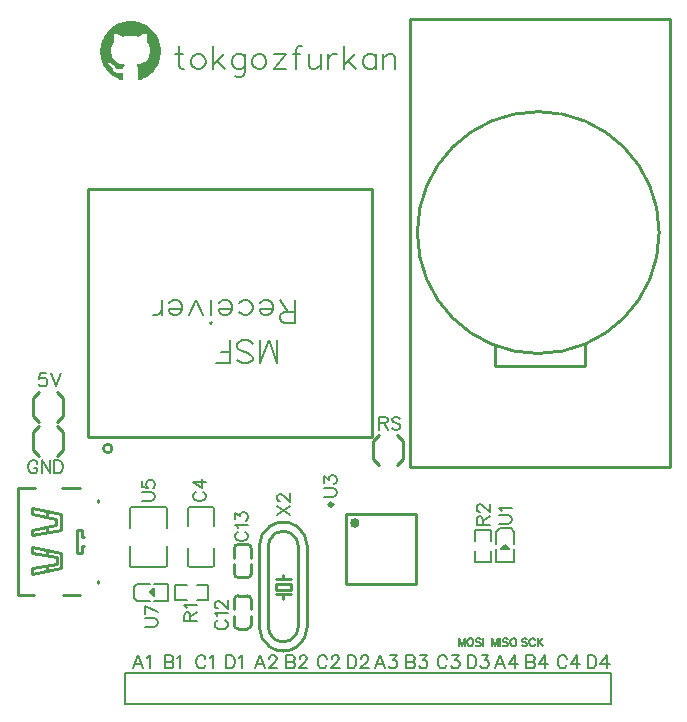
<source format=gto>
G04 Layer: TopSilkscreenLayer*
G04 EasyEDA v6.5.42, 2024-06-29 11:35:46*
G04 3b8aa43405674a7c8d552062a6d3ea0b,8e72fd04a6c14d66a7e837eb9aaabff2,10*
G04 Gerber Generator version 0.2*
G04 Scale: 100 percent, Rotated: No, Reflected: No *
G04 Dimensions in millimeters *
G04 leading zeros omitted , absolute positions ,4 integer and 5 decimal *
%FSLAX45Y45*%
%MOMM*%

%ADD10C,0.2032*%
%ADD11C,0.1524*%
%ADD12C,0.2540*%
%ADD13C,0.1500*%
%ADD14C,0.1501*%
%ADD15C,0.2500*%
%ADD16C,0.3000*%
%ADD17C,0.4000*%
%ADD18C,0.0169*%

%LPD*%
G36*
X1022096Y5918809D02*
G01*
X1013307Y5918708D01*
X995324Y5917793D01*
X992987Y5917336D01*
X985062Y5916777D01*
X967790Y5913983D01*
X950010Y5909767D01*
X948436Y5909056D01*
X947267Y5909005D01*
X945286Y5908040D01*
X944168Y5908040D01*
X935634Y5905246D01*
X923391Y5900775D01*
X921969Y5900013D01*
X921359Y5900013D01*
X905103Y5892393D01*
X890219Y5884519D01*
X876198Y5875680D01*
X862736Y5866130D01*
X849172Y5855055D01*
X839927Y5846368D01*
X833272Y5839612D01*
X825804Y5831586D01*
X815746Y5819343D01*
X808634Y5809386D01*
X802995Y5801055D01*
X797001Y5791454D01*
X789990Y5778550D01*
X783793Y5765393D01*
X779373Y5754725D01*
X775665Y5745022D01*
X775309Y5743244D01*
X771499Y5731002D01*
X768451Y5718657D01*
X768451Y5717641D01*
X767689Y5715304D01*
X765454Y5702604D01*
X765454Y5701233D01*
X764489Y5695950D01*
X762965Y5678932D01*
X762457Y5678779D01*
X762457Y5648807D01*
X762965Y5648655D01*
X763473Y5638901D01*
X765962Y5619394D01*
X768451Y5607253D01*
X768451Y5606034D01*
X774903Y5582361D01*
X777087Y5576519D01*
X777494Y5575858D01*
X777494Y5575096D01*
X781507Y5564581D01*
X789482Y5547512D01*
X789482Y5547156D01*
X799287Y5529935D01*
X810514Y5513171D01*
X823772Y5496052D01*
X839165Y5479491D01*
X852678Y5466994D01*
X866394Y5456072D01*
X884682Y5443677D01*
X901242Y5434533D01*
X920546Y5425592D01*
X921156Y5425592D01*
X922731Y5424830D01*
X931265Y5421579D01*
X931722Y5421579D01*
X936752Y5419598D01*
X941019Y5418836D01*
X943965Y5418836D01*
X948232Y5419852D01*
X951280Y5421884D01*
X953008Y5424068D01*
X954430Y5426557D01*
X955446Y5431434D01*
X954786Y5478881D01*
X954125Y5479288D01*
X951534Y5478678D01*
X937514Y5477002D01*
X925220Y5477002D01*
X914247Y5477865D01*
X912469Y5478373D01*
X907338Y5478881D01*
X898956Y5480812D01*
X897382Y5481624D01*
X896721Y5481624D01*
X894689Y5482590D01*
X893927Y5482640D01*
X893470Y5483047D01*
X888136Y5485841D01*
X883310Y5489194D01*
X878281Y5493512D01*
X873861Y5498998D01*
X870559Y5504637D01*
X870559Y5505094D01*
X867054Y5513171D01*
X861212Y5525058D01*
X852678Y5537047D01*
X847140Y5542584D01*
X843330Y5545429D01*
X838657Y5548122D01*
X835406Y5551017D01*
X832510Y5554014D01*
X832510Y5554421D01*
X830529Y5557316D01*
X830529Y5559653D01*
X832510Y5561431D01*
X835914Y5562498D01*
X842670Y5562752D01*
X848817Y5561634D01*
X853998Y5559704D01*
X854557Y5559704D01*
X864158Y5554370D01*
X869696Y5550204D01*
X874674Y5545328D01*
X877214Y5542381D01*
X885952Y5529072D01*
X890016Y5524042D01*
X895502Y5518810D01*
X899617Y5515610D01*
X906221Y5511901D01*
X907491Y5511596D01*
X908710Y5510936D01*
X912164Y5509666D01*
X913282Y5509666D01*
X916482Y5508599D01*
X931367Y5508650D01*
X934719Y5509158D01*
X935024Y5509361D01*
X940155Y5509920D01*
X947826Y5511901D01*
X949248Y5512663D01*
X949858Y5512663D01*
X955497Y5515051D01*
X956614Y5519267D01*
X956665Y5520537D01*
X958087Y5526532D01*
X960882Y5534050D01*
X964996Y5541314D01*
X971448Y5548934D01*
X971194Y5549696D01*
X969010Y5549696D01*
X965504Y5550458D01*
X960374Y5550916D01*
X958545Y5551424D01*
X953516Y5551932D01*
X952042Y5552440D01*
X935786Y5555996D01*
X934161Y5556707D01*
X932992Y5556707D01*
X931671Y5557418D01*
X929995Y5557774D01*
X922680Y5560720D01*
X922070Y5560720D01*
X909472Y5566816D01*
X899718Y5572607D01*
X892048Y5578144D01*
X888237Y5581599D01*
X882954Y5586831D01*
X878789Y5591860D01*
X875080Y5597093D01*
X869848Y5606186D01*
X865581Y5615889D01*
X865581Y5616295D01*
X864819Y5617870D01*
X861568Y5627624D01*
X858570Y5639155D01*
X858570Y5640425D01*
X856792Y5649823D01*
X856284Y5656783D01*
X855776Y5659170D01*
X855268Y5676087D01*
X855776Y5688228D01*
X856284Y5689955D01*
X856589Y5694222D01*
X859637Y5706719D01*
X860552Y5709056D01*
X860552Y5709970D01*
X861517Y5711952D01*
X861568Y5712764D01*
X866292Y5723128D01*
X870762Y5730748D01*
X875182Y5736996D01*
X881329Y5744260D01*
X881329Y5745734D01*
X880567Y5747004D01*
X880567Y5748020D01*
X879906Y5749239D01*
X878636Y5753506D01*
X876808Y5761786D01*
X876300Y5767019D01*
X875893Y5776671D01*
X876300Y5779058D01*
X876604Y5785561D01*
X877569Y5789625D01*
X877569Y5791250D01*
X879551Y5798820D01*
X879551Y5799683D01*
X880567Y5802528D01*
X880567Y5803544D01*
X881532Y5805576D01*
X881583Y5806440D01*
X882599Y5808421D01*
X882599Y5809234D01*
X883513Y5811316D01*
X883716Y5812282D01*
X884936Y5812891D01*
X889558Y5813501D01*
X897229Y5812891D01*
X900176Y5811926D01*
X901242Y5811926D01*
X904951Y5810910D01*
X907135Y5809945D01*
X907999Y5809945D01*
X909980Y5808980D01*
X910844Y5808929D01*
X924814Y5802934D01*
X926236Y5802477D01*
X940714Y5795162D01*
X948842Y5789930D01*
X949096Y5789930D01*
X953262Y5787085D01*
X955090Y5786475D01*
X974547Y5790895D01*
X987044Y5792927D01*
X1005586Y5794806D01*
X1031849Y5794806D01*
X1047750Y5793181D01*
X1062888Y5790895D01*
X1082344Y5786475D01*
X1084122Y5787085D01*
X1094638Y5793892D01*
X1108506Y5801410D01*
X1126286Y5809081D01*
X1131519Y5810961D01*
X1132179Y5810961D01*
X1135176Y5811926D01*
X1139698Y5812942D01*
X1147724Y5813704D01*
X1150975Y5812942D01*
X1152550Y5812942D01*
X1153820Y5811418D01*
X1153820Y5810402D01*
X1154684Y5808827D01*
X1156817Y5802731D01*
X1156817Y5801817D01*
X1158951Y5794146D01*
X1160678Y5785561D01*
X1161389Y5772556D01*
X1160627Y5761634D01*
X1158798Y5753506D01*
X1157478Y5749239D01*
X1156868Y5748020D01*
X1156817Y5747004D01*
X1156106Y5745734D01*
X1156106Y5744260D01*
X1158138Y5742025D01*
X1163116Y5735828D01*
X1167333Y5729732D01*
X1170635Y5723839D01*
X1175867Y5712917D01*
X1175867Y5711952D01*
X1176832Y5709970D01*
X1176883Y5709056D01*
X1178306Y5704992D01*
X1180642Y5695289D01*
X1181100Y5690463D01*
X1181811Y5685942D01*
X1182116Y5674461D01*
X1181608Y5659170D01*
X1181150Y5656783D01*
X1180642Y5649772D01*
X1177848Y5634888D01*
X1175664Y5626658D01*
X1173632Y5620613D01*
X1171854Y5616041D01*
X1171854Y5615533D01*
X1167231Y5605627D01*
X1162761Y5597601D01*
X1157630Y5590590D01*
X1151585Y5583986D01*
X1146962Y5579821D01*
X1138174Y5573064D01*
X1131671Y5569000D01*
X1119682Y5562955D01*
X1112926Y5559958D01*
X1100429Y5555742D01*
X1089660Y5553456D01*
X1088136Y5552948D01*
X1081633Y5551728D01*
X1065936Y5549544D01*
X1065682Y5548884D01*
X1069898Y5544566D01*
X1071422Y5542534D01*
X1075639Y5535676D01*
X1077772Y5531205D01*
X1077772Y5530545D01*
X1078738Y5528564D01*
X1078788Y5527395D01*
X1079449Y5525770D01*
X1081278Y5517540D01*
X1082344Y5508040D01*
X1082649Y5428183D01*
X1084834Y5423662D01*
X1086967Y5421376D01*
X1089304Y5419801D01*
X1093774Y5418836D01*
X1096314Y5418836D01*
X1100886Y5419648D01*
X1102766Y5420563D01*
X1103426Y5420563D01*
X1105408Y5421528D01*
X1106170Y5421579D01*
X1108151Y5422544D01*
X1108760Y5422595D01*
X1116228Y5425592D01*
X1116787Y5425592D01*
X1136192Y5434533D01*
X1155954Y5445810D01*
X1169212Y5454700D01*
X1184605Y5466842D01*
X1201013Y5482285D01*
X1213612Y5496052D01*
X1226921Y5513171D01*
X1238097Y5529935D01*
X1247952Y5547156D01*
X1247952Y5547512D01*
X1255928Y5564428D01*
X1255928Y5565089D01*
X1256690Y5566460D01*
X1259941Y5575249D01*
X1259941Y5575858D01*
X1260906Y5577840D01*
X1260957Y5578500D01*
X1262481Y5582361D01*
X1266444Y5596128D01*
X1268933Y5606034D01*
X1268933Y5607253D01*
X1269898Y5611114D01*
X1271473Y5619394D01*
X1273962Y5639155D01*
X1274419Y5649163D01*
X1274978Y5649315D01*
X1274978Y5678779D01*
X1274470Y5678932D01*
X1272946Y5695950D01*
X1271930Y5701233D01*
X1271930Y5702604D01*
X1269746Y5715304D01*
X1268933Y5717641D01*
X1268933Y5718657D01*
X1265936Y5731002D01*
X1262481Y5742228D01*
X1258671Y5752998D01*
X1255928Y5759856D01*
X1255928Y5760415D01*
X1248562Y5776163D01*
X1239723Y5792470D01*
X1231696Y5805322D01*
X1223416Y5816955D01*
X1209751Y5833618D01*
X1197762Y5846114D01*
X1188262Y5855055D01*
X1173530Y5866892D01*
X1162964Y5874512D01*
X1147978Y5884011D01*
X1137716Y5889599D01*
X1127709Y5894628D01*
X1116076Y5900013D01*
X1115415Y5900013D01*
X1114044Y5900775D01*
X1104900Y5904128D01*
X1093216Y5908040D01*
X1092149Y5908040D01*
X1090168Y5909005D01*
X1088999Y5909056D01*
X1087424Y5909767D01*
X1069644Y5913983D01*
X1052372Y5916777D01*
X1044397Y5917336D01*
X1042111Y5917793D01*
G37*
D10*
X1426519Y5703763D02*
G01*
X1426519Y5546791D01*
X1435663Y5519105D01*
X1454205Y5509961D01*
X1472493Y5509961D01*
X1398579Y5639247D02*
G01*
X1463349Y5639247D01*
X1579681Y5639247D02*
G01*
X1561139Y5629849D01*
X1542851Y5611561D01*
X1533453Y5583875D01*
X1533453Y5565333D01*
X1542851Y5537647D01*
X1561139Y5519105D01*
X1579681Y5509961D01*
X1607367Y5509961D01*
X1625909Y5519105D01*
X1644451Y5537647D01*
X1653595Y5565333D01*
X1653595Y5583875D01*
X1644451Y5611561D01*
X1625909Y5629849D01*
X1607367Y5639247D01*
X1579681Y5639247D01*
X1714555Y5703763D02*
G01*
X1714555Y5509961D01*
X1807011Y5639247D02*
G01*
X1714555Y5546791D01*
X1751639Y5583875D02*
G01*
X1816155Y5509961D01*
X1987859Y5639247D02*
G01*
X1987859Y5491419D01*
X1978715Y5463733D01*
X1969571Y5454589D01*
X1951029Y5445191D01*
X1923343Y5445191D01*
X1904801Y5454589D01*
X1987859Y5611561D02*
G01*
X1969571Y5629849D01*
X1951029Y5639247D01*
X1923343Y5639247D01*
X1904801Y5629849D01*
X1886259Y5611561D01*
X1877115Y5583875D01*
X1877115Y5565333D01*
X1886259Y5537647D01*
X1904801Y5519105D01*
X1923343Y5509961D01*
X1951029Y5509961D01*
X1969571Y5519105D01*
X1987859Y5537647D01*
X2095047Y5639247D02*
G01*
X2076759Y5629849D01*
X2058217Y5611561D01*
X2048819Y5583875D01*
X2048819Y5565333D01*
X2058217Y5537647D01*
X2076759Y5519105D01*
X2095047Y5509961D01*
X2122733Y5509961D01*
X2141275Y5519105D01*
X2159817Y5537647D01*
X2168961Y5565333D01*
X2168961Y5583875D01*
X2159817Y5611561D01*
X2141275Y5629849D01*
X2122733Y5639247D01*
X2095047Y5639247D01*
X2331521Y5639247D02*
G01*
X2229921Y5509961D01*
X2229921Y5639247D02*
G01*
X2331521Y5639247D01*
X2229921Y5509961D02*
G01*
X2331521Y5509961D01*
X2466395Y5703763D02*
G01*
X2447853Y5703763D01*
X2429565Y5694619D01*
X2420167Y5666933D01*
X2420167Y5509961D01*
X2392481Y5639247D02*
G01*
X2457251Y5639247D01*
X2527355Y5639247D02*
G01*
X2527355Y5546791D01*
X2536499Y5519105D01*
X2555041Y5509961D01*
X2582727Y5509961D01*
X2601269Y5519105D01*
X2628955Y5546791D01*
X2628955Y5639247D02*
G01*
X2628955Y5509961D01*
X2689915Y5639247D02*
G01*
X2689915Y5509961D01*
X2689915Y5583875D02*
G01*
X2699059Y5611561D01*
X2717601Y5629849D01*
X2736143Y5639247D01*
X2763829Y5639247D01*
X2824789Y5703763D02*
G01*
X2824789Y5509961D01*
X2917245Y5639247D02*
G01*
X2824789Y5546791D01*
X2861619Y5583875D02*
G01*
X2926389Y5509961D01*
X3098093Y5639247D02*
G01*
X3098093Y5509961D01*
X3098093Y5611561D02*
G01*
X3079805Y5629849D01*
X3061263Y5639247D01*
X3033577Y5639247D01*
X3015035Y5629849D01*
X2996493Y5611561D01*
X2987349Y5583875D01*
X2987349Y5565333D01*
X2996493Y5537647D01*
X3015035Y5519105D01*
X3033577Y5509961D01*
X3061263Y5509961D01*
X3079805Y5519105D01*
X3098093Y5537647D01*
X3159053Y5639247D02*
G01*
X3159053Y5509961D01*
X3159053Y5602163D02*
G01*
X3186739Y5629849D01*
X3205281Y5639247D01*
X3232967Y5639247D01*
X3251509Y5629849D01*
X3260653Y5602163D01*
X3260653Y5509961D01*
D11*
X1083056Y547115D02*
G01*
X1041400Y438150D01*
X1083056Y547115D02*
G01*
X1124458Y438150D01*
X1056894Y474471D02*
G01*
X1108963Y474471D01*
X1158747Y526287D02*
G01*
X1169162Y531621D01*
X1184910Y547115D01*
X1184910Y438150D01*
X1308100Y547115D02*
G01*
X1308100Y438150D01*
X1308100Y547115D02*
G01*
X1354836Y547115D01*
X1370329Y542036D01*
X1375663Y536702D01*
X1380744Y526287D01*
X1380744Y515873D01*
X1375663Y505460D01*
X1370329Y500379D01*
X1354836Y495300D01*
X1308100Y495300D02*
G01*
X1354836Y495300D01*
X1370329Y489965D01*
X1375663Y484886D01*
X1380744Y474471D01*
X1380744Y458723D01*
X1375663Y448310D01*
X1370329Y443229D01*
X1354836Y438150D01*
X1308100Y438150D01*
X1415034Y526287D02*
G01*
X1425447Y531621D01*
X1441196Y547115D01*
X1441196Y438150D01*
X1652778Y521207D02*
G01*
X1647444Y531621D01*
X1637029Y542036D01*
X1626870Y547115D01*
X1606042Y547115D01*
X1595628Y542036D01*
X1585213Y531621D01*
X1579879Y521207D01*
X1574800Y505460D01*
X1574800Y479552D01*
X1579879Y464057D01*
X1585213Y453644D01*
X1595628Y443229D01*
X1606042Y438150D01*
X1626870Y438150D01*
X1637029Y443229D01*
X1647444Y453644D01*
X1652778Y464057D01*
X1687068Y526287D02*
G01*
X1697481Y531621D01*
X1712976Y547115D01*
X1712976Y438150D01*
X1828800Y547115D02*
G01*
X1828800Y438150D01*
X1828800Y547115D02*
G01*
X1865122Y547115D01*
X1880870Y542036D01*
X1891029Y531621D01*
X1896363Y521207D01*
X1901444Y505460D01*
X1901444Y479552D01*
X1896363Y464057D01*
X1891029Y453644D01*
X1880870Y443229D01*
X1865122Y438150D01*
X1828800Y438150D01*
X1935734Y526287D02*
G01*
X1946147Y531621D01*
X1961896Y547115D01*
X1961896Y438150D01*
X2111756Y547115D02*
G01*
X2070100Y438150D01*
X2111756Y547115D02*
G01*
X2153158Y438150D01*
X2085594Y474471D02*
G01*
X2137663Y474471D01*
X2192781Y521207D02*
G01*
X2192781Y526287D01*
X2197862Y536702D01*
X2203196Y542036D01*
X2213610Y547115D01*
X2234184Y547115D01*
X2244597Y542036D01*
X2249931Y536702D01*
X2255012Y526287D01*
X2255012Y515873D01*
X2249931Y505460D01*
X2239518Y489965D01*
X2187447Y438150D01*
X2260346Y438150D01*
X2336800Y547115D02*
G01*
X2336800Y438150D01*
X2336800Y547115D02*
G01*
X2383536Y547115D01*
X2399029Y542036D01*
X2404363Y536702D01*
X2409444Y526287D01*
X2409444Y515873D01*
X2404363Y505460D01*
X2399029Y500379D01*
X2383536Y495300D01*
X2336800Y495300D02*
G01*
X2383536Y495300D01*
X2399029Y489965D01*
X2404363Y484886D01*
X2409444Y474471D01*
X2409444Y458723D01*
X2404363Y448310D01*
X2399029Y443229D01*
X2383536Y438150D01*
X2336800Y438150D01*
X2449068Y521207D02*
G01*
X2449068Y526287D01*
X2454147Y536702D01*
X2459481Y542036D01*
X2469896Y547115D01*
X2490470Y547115D01*
X2500884Y542036D01*
X2506218Y536702D01*
X2511297Y526287D01*
X2511297Y515873D01*
X2506218Y505460D01*
X2495804Y489965D01*
X2443734Y438150D01*
X2516631Y438150D01*
X2681478Y521207D02*
G01*
X2676144Y531621D01*
X2665729Y542036D01*
X2655570Y547115D01*
X2634742Y547115D01*
X2624328Y542036D01*
X2613913Y531621D01*
X2608579Y521207D01*
X2603500Y505460D01*
X2603500Y479552D01*
X2608579Y464057D01*
X2613913Y453644D01*
X2624328Y443229D01*
X2634742Y438150D01*
X2655570Y438150D01*
X2665729Y443229D01*
X2676144Y453644D01*
X2681478Y464057D01*
X2720847Y521207D02*
G01*
X2720847Y526287D01*
X2726181Y536702D01*
X2731262Y542036D01*
X2741676Y547115D01*
X2762504Y547115D01*
X2772918Y542036D01*
X2777997Y536702D01*
X2783331Y526287D01*
X2783331Y515873D01*
X2777997Y505460D01*
X2767584Y489965D01*
X2715768Y438150D01*
X2788412Y438150D01*
X2857500Y547115D02*
G01*
X2857500Y438150D01*
X2857500Y547115D02*
G01*
X2893822Y547115D01*
X2909570Y542036D01*
X2919729Y531621D01*
X2925063Y521207D01*
X2930144Y505460D01*
X2930144Y479552D01*
X2925063Y464057D01*
X2919729Y453644D01*
X2909570Y443229D01*
X2893822Y438150D01*
X2857500Y438150D01*
X2969768Y521207D02*
G01*
X2969768Y526287D01*
X2974847Y536702D01*
X2980181Y542036D01*
X2990596Y547115D01*
X3011170Y547115D01*
X3021584Y542036D01*
X3026918Y536702D01*
X3031997Y526287D01*
X3031997Y515873D01*
X3026918Y505460D01*
X3016504Y489965D01*
X2964434Y438150D01*
X3037331Y438150D01*
X3127756Y547115D02*
G01*
X3086100Y438150D01*
X3127756Y547115D02*
G01*
X3169158Y438150D01*
X3101594Y474471D02*
G01*
X3153663Y474471D01*
X3213862Y547115D02*
G01*
X3271012Y547115D01*
X3239770Y505460D01*
X3255518Y505460D01*
X3265931Y500379D01*
X3271012Y495300D01*
X3276346Y479552D01*
X3276346Y469137D01*
X3271012Y453644D01*
X3260597Y443229D01*
X3245104Y438150D01*
X3229610Y438150D01*
X3213862Y443229D01*
X3208781Y448310D01*
X3203447Y458723D01*
X3352800Y547115D02*
G01*
X3352800Y438150D01*
X3352800Y547115D02*
G01*
X3399536Y547115D01*
X3415029Y542036D01*
X3420363Y536702D01*
X3425444Y526287D01*
X3425444Y515873D01*
X3420363Y505460D01*
X3415029Y500379D01*
X3399536Y495300D01*
X3352800Y495300D02*
G01*
X3399536Y495300D01*
X3415029Y489965D01*
X3420363Y484886D01*
X3425444Y474471D01*
X3425444Y458723D01*
X3420363Y448310D01*
X3415029Y443229D01*
X3399536Y438150D01*
X3352800Y438150D01*
X3470147Y547115D02*
G01*
X3527297Y547115D01*
X3496310Y505460D01*
X3511804Y505460D01*
X3522218Y500379D01*
X3527297Y495300D01*
X3532631Y479552D01*
X3532631Y469137D01*
X3527297Y453644D01*
X3516884Y443229D01*
X3501390Y438150D01*
X3485896Y438150D01*
X3470147Y443229D01*
X3465068Y448310D01*
X3459734Y458723D01*
X3697478Y521207D02*
G01*
X3692144Y531621D01*
X3681729Y542036D01*
X3671570Y547115D01*
X3650742Y547115D01*
X3640328Y542036D01*
X3629913Y531621D01*
X3624579Y521207D01*
X3619500Y505460D01*
X3619500Y479552D01*
X3624579Y464057D01*
X3629913Y453644D01*
X3640328Y443229D01*
X3650742Y438150D01*
X3671570Y438150D01*
X3681729Y443229D01*
X3692144Y453644D01*
X3697478Y464057D01*
X3742181Y547115D02*
G01*
X3799331Y547115D01*
X3768090Y505460D01*
X3783584Y505460D01*
X3793997Y500379D01*
X3799331Y495300D01*
X3804412Y479552D01*
X3804412Y469137D01*
X3799331Y453644D01*
X3788918Y443229D01*
X3773170Y438150D01*
X3757676Y438150D01*
X3742181Y443229D01*
X3736847Y448310D01*
X3731768Y458723D01*
X3873500Y547115D02*
G01*
X3873500Y438150D01*
X3873500Y547115D02*
G01*
X3909822Y547115D01*
X3925570Y542036D01*
X3935729Y531621D01*
X3941063Y521207D01*
X3946144Y505460D01*
X3946144Y479552D01*
X3941063Y464057D01*
X3935729Y453644D01*
X3925570Y443229D01*
X3909822Y438150D01*
X3873500Y438150D01*
X3990847Y547115D02*
G01*
X4047997Y547115D01*
X4017010Y505460D01*
X4032504Y505460D01*
X4042918Y500379D01*
X4047997Y495300D01*
X4053331Y479552D01*
X4053331Y469137D01*
X4047997Y453644D01*
X4037584Y443229D01*
X4022090Y438150D01*
X4006596Y438150D01*
X3990847Y443229D01*
X3985768Y448310D01*
X3980434Y458723D01*
X4143756Y547115D02*
G01*
X4102100Y438150D01*
X4143756Y547115D02*
G01*
X4185158Y438150D01*
X4117594Y474471D02*
G01*
X4169663Y474471D01*
X4271518Y547115D02*
G01*
X4219447Y474471D01*
X4297426Y474471D01*
X4271518Y547115D02*
G01*
X4271518Y438150D01*
X4368800Y547115D02*
G01*
X4368800Y438150D01*
X4368800Y547115D02*
G01*
X4415536Y547115D01*
X4431029Y542036D01*
X4436363Y536702D01*
X4441444Y526287D01*
X4441444Y515873D01*
X4436363Y505460D01*
X4431029Y500379D01*
X4415536Y495300D01*
X4368800Y495300D02*
G01*
X4415536Y495300D01*
X4431029Y489965D01*
X4436363Y484886D01*
X4441444Y474471D01*
X4441444Y458723D01*
X4436363Y448310D01*
X4431029Y443229D01*
X4415536Y438150D01*
X4368800Y438150D01*
X4527804Y547115D02*
G01*
X4475734Y474471D01*
X4553712Y474471D01*
X4527804Y547115D02*
G01*
X4527804Y438150D01*
X4713478Y521207D02*
G01*
X4708144Y531621D01*
X4697729Y542036D01*
X4687570Y547115D01*
X4666742Y547115D01*
X4656328Y542036D01*
X4645913Y531621D01*
X4640579Y521207D01*
X4635500Y505460D01*
X4635500Y479552D01*
X4640579Y464057D01*
X4645913Y453644D01*
X4656328Y443229D01*
X4666742Y438150D01*
X4687570Y438150D01*
X4697729Y443229D01*
X4708144Y453644D01*
X4713478Y464057D01*
X4799584Y547115D02*
G01*
X4747768Y474471D01*
X4825746Y474471D01*
X4799584Y547115D02*
G01*
X4799584Y438150D01*
X4889500Y547115D02*
G01*
X4889500Y438150D01*
X4889500Y547115D02*
G01*
X4925822Y547115D01*
X4941570Y542036D01*
X4951729Y531621D01*
X4957063Y521207D01*
X4962144Y505460D01*
X4962144Y479552D01*
X4957063Y464057D01*
X4951729Y453644D01*
X4941570Y443229D01*
X4925822Y438150D01*
X4889500Y438150D01*
X5048504Y547115D02*
G01*
X4996434Y474471D01*
X5074412Y474471D01*
X5048504Y547115D02*
G01*
X5048504Y438150D01*
X4375150Y683513D02*
G01*
X4368800Y689863D01*
X4359402Y692912D01*
X4346702Y692912D01*
X4337050Y689863D01*
X4330700Y683513D01*
X4330700Y676910D01*
X4334002Y670560D01*
X4337050Y667512D01*
X4343400Y664210D01*
X4362450Y657860D01*
X4368800Y654812D01*
X4372102Y651510D01*
X4375150Y645160D01*
X4375150Y635762D01*
X4368800Y629412D01*
X4359402Y626110D01*
X4346702Y626110D01*
X4337050Y629412D01*
X4330700Y635762D01*
X4443984Y676910D02*
G01*
X4440681Y683513D01*
X4434331Y689863D01*
X4427981Y692912D01*
X4415281Y692912D01*
X4408931Y689863D01*
X4402581Y683513D01*
X4399534Y676910D01*
X4396231Y667512D01*
X4396231Y651510D01*
X4399534Y642112D01*
X4402581Y635762D01*
X4408931Y629412D01*
X4415281Y626110D01*
X4427981Y626110D01*
X4434331Y629412D01*
X4440681Y635762D01*
X4443984Y642112D01*
X4465065Y692912D02*
G01*
X4465065Y626110D01*
X4509515Y692912D02*
G01*
X4465065Y648462D01*
X4480813Y664210D02*
G01*
X4509515Y626110D01*
X4076700Y692912D02*
G01*
X4076700Y626110D01*
X4076700Y692912D02*
G01*
X4102100Y626110D01*
X4127500Y692912D02*
G01*
X4102100Y626110D01*
X4127500Y692912D02*
G01*
X4127500Y626110D01*
X4148581Y692912D02*
G01*
X4148581Y626110D01*
X4214113Y683513D02*
G01*
X4207763Y689863D01*
X4198365Y692912D01*
X4185412Y692912D01*
X4176013Y689863D01*
X4169663Y683513D01*
X4169663Y676910D01*
X4172712Y670560D01*
X4176013Y667512D01*
X4182363Y664210D01*
X4201413Y657860D01*
X4207763Y654812D01*
X4211065Y651510D01*
X4214113Y645160D01*
X4214113Y635762D01*
X4207763Y629412D01*
X4198365Y626110D01*
X4185412Y626110D01*
X4176013Y629412D01*
X4169663Y635762D01*
X4254246Y692912D02*
G01*
X4247896Y689863D01*
X4241546Y683513D01*
X4238244Y676910D01*
X4235196Y667512D01*
X4235196Y651510D01*
X4238244Y642112D01*
X4241546Y635762D01*
X4247896Y629412D01*
X4254246Y626110D01*
X4266946Y626110D01*
X4273296Y629412D01*
X4279646Y635762D01*
X4282947Y642112D01*
X4285996Y651510D01*
X4285996Y667512D01*
X4282947Y676910D01*
X4279646Y683513D01*
X4273296Y689863D01*
X4266946Y692912D01*
X4254246Y692912D01*
X3797300Y692912D02*
G01*
X3797300Y626110D01*
X3797300Y692912D02*
G01*
X3822700Y626110D01*
X3848100Y692912D02*
G01*
X3822700Y626110D01*
X3848100Y692912D02*
G01*
X3848100Y626110D01*
X3888231Y692912D02*
G01*
X3881881Y689863D01*
X3875531Y683513D01*
X3872484Y676910D01*
X3869181Y667512D01*
X3869181Y651510D01*
X3872484Y642112D01*
X3875531Y635762D01*
X3881881Y629412D01*
X3888231Y626110D01*
X3900931Y626110D01*
X3907281Y629412D01*
X3913631Y635762D01*
X3916934Y642112D01*
X3920236Y651510D01*
X3920236Y667512D01*
X3916934Y676910D01*
X3913631Y683513D01*
X3907281Y689863D01*
X3900931Y692912D01*
X3888231Y692912D01*
X3985768Y683513D02*
G01*
X3979418Y689863D01*
X3969765Y692912D01*
X3957065Y692912D01*
X3947413Y689863D01*
X3941063Y683513D01*
X3941063Y676910D01*
X3944365Y670560D01*
X3947413Y667512D01*
X3953763Y664210D01*
X3972813Y657860D01*
X3979418Y654812D01*
X3982465Y651510D01*
X3985768Y645160D01*
X3985768Y635762D01*
X3979418Y629412D01*
X3969765Y626110D01*
X3957065Y626110D01*
X3947413Y629412D01*
X3941063Y635762D01*
X4006596Y692912D02*
G01*
X4006596Y626110D01*
X3124200Y2566415D02*
G01*
X3124200Y2457450D01*
X3124200Y2566415D02*
G01*
X3170936Y2566415D01*
X3186429Y2561336D01*
X3191763Y2556002D01*
X3196844Y2545587D01*
X3196844Y2535173D01*
X3191763Y2524760D01*
X3186429Y2519679D01*
X3170936Y2514600D01*
X3124200Y2514600D01*
X3160522Y2514600D02*
G01*
X3196844Y2457450D01*
X3304031Y2550921D02*
G01*
X3293618Y2561336D01*
X3277870Y2566415D01*
X3257296Y2566415D01*
X3241547Y2561336D01*
X3231134Y2550921D01*
X3231134Y2540507D01*
X3236468Y2530094D01*
X3241547Y2524760D01*
X3251962Y2519679D01*
X3283204Y2509265D01*
X3293618Y2504186D01*
X3298697Y2498852D01*
X3304031Y2488437D01*
X3304031Y2472944D01*
X3293618Y2462529D01*
X3277870Y2457450D01*
X3257296Y2457450D01*
X3241547Y2462529D01*
X3231134Y2472944D01*
X2259584Y1739900D02*
G01*
X2368550Y1812544D01*
X2259584Y1812544D02*
G01*
X2368550Y1739900D01*
X2285492Y1852168D02*
G01*
X2280412Y1852168D01*
X2269997Y1857247D01*
X2264663Y1862581D01*
X2259584Y1872995D01*
X2259584Y1893570D01*
X2264663Y1903984D01*
X2269997Y1909318D01*
X2280412Y1914397D01*
X2290826Y1914397D01*
X2301240Y1909318D01*
X2316734Y1898904D01*
X2368550Y1846834D01*
X2368550Y1919731D01*
X1472184Y838200D02*
G01*
X1581150Y838200D01*
X1472184Y838200D02*
G01*
X1472184Y884936D01*
X1477263Y900429D01*
X1482597Y905763D01*
X1493012Y910844D01*
X1503426Y910844D01*
X1513840Y905763D01*
X1518920Y900429D01*
X1524000Y884936D01*
X1524000Y838200D01*
X1524000Y874521D02*
G01*
X1581150Y910844D01*
X1493012Y945134D02*
G01*
X1487678Y955547D01*
X1472184Y971295D01*
X1581150Y971295D01*
X3948684Y1651000D02*
G01*
X4057650Y1651000D01*
X3948684Y1651000D02*
G01*
X3948684Y1697736D01*
X3953763Y1713229D01*
X3959097Y1718563D01*
X3969512Y1723644D01*
X3979926Y1723644D01*
X3990340Y1718563D01*
X3995420Y1713229D01*
X4000500Y1697736D01*
X4000500Y1651000D01*
X4000500Y1687321D02*
G01*
X4057650Y1723644D01*
X3974592Y1763268D02*
G01*
X3969512Y1763268D01*
X3959097Y1768347D01*
X3953763Y1773681D01*
X3948684Y1784095D01*
X3948684Y1804670D01*
X3953763Y1815084D01*
X3959097Y1820418D01*
X3969512Y1825497D01*
X3979926Y1825497D01*
X3990340Y1820418D01*
X4005834Y1810004D01*
X4057650Y1757934D01*
X4057650Y1830831D01*
X4139196Y1663687D02*
G01*
X4217174Y1663687D01*
X4232668Y1668767D01*
X4243082Y1679181D01*
X4248162Y1694929D01*
X4248162Y1705343D01*
X4243082Y1720837D01*
X4232668Y1731251D01*
X4217174Y1736331D01*
X4139196Y1736331D01*
X4160024Y1770621D02*
G01*
X4154690Y1781035D01*
X4139196Y1796783D01*
X4248162Y1796783D01*
X1141971Y787387D02*
G01*
X1219949Y787387D01*
X1235443Y792467D01*
X1245857Y802881D01*
X1250937Y818629D01*
X1250937Y829043D01*
X1245857Y844537D01*
X1235443Y854951D01*
X1219949Y860031D01*
X1141971Y860031D01*
X1141971Y967219D02*
G01*
X1250937Y915149D01*
X1141971Y894321D02*
G01*
X1141971Y967219D01*
X230378Y2172207D02*
G01*
X225044Y2182621D01*
X214629Y2193036D01*
X204470Y2198115D01*
X183642Y2198115D01*
X173228Y2193036D01*
X162813Y2182621D01*
X157479Y2172207D01*
X152400Y2156460D01*
X152400Y2130552D01*
X157479Y2115057D01*
X162813Y2104644D01*
X173228Y2094229D01*
X183642Y2089150D01*
X204470Y2089150D01*
X214629Y2094229D01*
X225044Y2104644D01*
X230378Y2115057D01*
X230378Y2130552D01*
X204470Y2130552D02*
G01*
X230378Y2130552D01*
X264668Y2198115D02*
G01*
X264668Y2089150D01*
X264668Y2198115D02*
G01*
X337312Y2089150D01*
X337312Y2198115D02*
G01*
X337312Y2089150D01*
X371602Y2198115D02*
G01*
X371602Y2089150D01*
X371602Y2198115D02*
G01*
X407924Y2198115D01*
X423672Y2193036D01*
X434086Y2182621D01*
X439165Y2172207D01*
X444500Y2156460D01*
X444500Y2130552D01*
X439165Y2115057D01*
X434086Y2104644D01*
X423672Y2094229D01*
X407924Y2089150D01*
X371602Y2089150D01*
X303529Y2934715D02*
G01*
X251713Y2934715D01*
X246379Y2887979D01*
X251713Y2893060D01*
X267208Y2898394D01*
X282956Y2898394D01*
X298450Y2893060D01*
X308863Y2882900D01*
X313944Y2867152D01*
X313944Y2856737D01*
X308863Y2841244D01*
X298450Y2830829D01*
X282956Y2825750D01*
X267208Y2825750D01*
X251713Y2830829D01*
X246379Y2835910D01*
X241300Y2846323D01*
X348234Y2934715D02*
G01*
X389890Y2825750D01*
X431546Y2934715D02*
G01*
X389890Y2825750D01*
D10*
X2260600Y3020821D02*
G01*
X2260600Y3214623D01*
X2260600Y3020821D02*
G01*
X2186686Y3214623D01*
X2112772Y3020821D02*
G01*
X2186686Y3214623D01*
X2112772Y3020821D02*
G01*
X2112772Y3214623D01*
X1922526Y3048507D02*
G01*
X1941068Y3029965D01*
X1968754Y3020821D01*
X2005584Y3020821D01*
X2033270Y3029965D01*
X2051812Y3048507D01*
X2051812Y3067050D01*
X2042668Y3085337D01*
X2033270Y3094736D01*
X2014981Y3103879D01*
X1959610Y3122421D01*
X1941068Y3131565D01*
X1931670Y3140710D01*
X1922526Y3159252D01*
X1922526Y3186937D01*
X1941068Y3205479D01*
X1968754Y3214623D01*
X2005584Y3214623D01*
X2033270Y3205479D01*
X2051812Y3186937D01*
X1861565Y3020821D02*
G01*
X1861565Y3214623D01*
X1861565Y3020821D02*
G01*
X1741424Y3020821D01*
X1861565Y3113023D02*
G01*
X1787652Y3113023D01*
X2413000Y3363721D02*
G01*
X2413000Y3557523D01*
X2413000Y3363721D02*
G01*
X2329942Y3363721D01*
X2302256Y3372865D01*
X2292858Y3382010D01*
X2283713Y3400552D01*
X2283713Y3419094D01*
X2292858Y3437636D01*
X2302256Y3446779D01*
X2329942Y3455923D01*
X2413000Y3455923D01*
X2348229Y3455923D02*
G01*
X2283713Y3557523D01*
X2222754Y3483610D02*
G01*
X2112010Y3483610D01*
X2112010Y3465321D01*
X2121154Y3446779D01*
X2130297Y3437636D01*
X2148840Y3428237D01*
X2176526Y3428237D01*
X2195068Y3437636D01*
X2213610Y3455923D01*
X2222754Y3483610D01*
X2222754Y3502152D01*
X2213610Y3529837D01*
X2195068Y3548379D01*
X2176526Y3557523D01*
X2148840Y3557523D01*
X2130297Y3548379D01*
X2112010Y3529837D01*
X1940052Y3455923D02*
G01*
X1958594Y3437636D01*
X1977136Y3428237D01*
X2004822Y3428237D01*
X2023110Y3437636D01*
X2041652Y3455923D01*
X2051050Y3483610D01*
X2051050Y3502152D01*
X2041652Y3529837D01*
X2023110Y3548379D01*
X2004822Y3557523D01*
X1977136Y3557523D01*
X1958594Y3548379D01*
X1940052Y3529837D01*
X1879092Y3483610D02*
G01*
X1768347Y3483610D01*
X1768347Y3465321D01*
X1777492Y3446779D01*
X1786890Y3437636D01*
X1805178Y3428237D01*
X1832863Y3428237D01*
X1851406Y3437636D01*
X1869947Y3455923D01*
X1879092Y3483610D01*
X1879092Y3502152D01*
X1869947Y3529837D01*
X1851406Y3548379D01*
X1832863Y3557523D01*
X1805178Y3557523D01*
X1786890Y3548379D01*
X1768347Y3529837D01*
X1707388Y3363721D02*
G01*
X1697990Y3372865D01*
X1688846Y3363721D01*
X1697990Y3354323D01*
X1707388Y3363721D01*
X1697990Y3428237D02*
G01*
X1697990Y3557523D01*
X1627886Y3428237D02*
G01*
X1572513Y3557523D01*
X1517142Y3428237D02*
G01*
X1572513Y3557523D01*
X1456181Y3483610D02*
G01*
X1345184Y3483610D01*
X1345184Y3465321D01*
X1354581Y3446779D01*
X1363726Y3437636D01*
X1382268Y3428237D01*
X1409954Y3428237D01*
X1428496Y3437636D01*
X1446784Y3455923D01*
X1456181Y3483610D01*
X1456181Y3502152D01*
X1446784Y3529837D01*
X1428496Y3548379D01*
X1409954Y3557523D01*
X1382268Y3557523D01*
X1363726Y3548379D01*
X1345184Y3529837D01*
X1284224Y3428237D02*
G01*
X1284224Y3557523D01*
X1284224Y3483610D02*
G01*
X1275079Y3455923D01*
X1256538Y3437636D01*
X1238250Y3428237D01*
X1210310Y3428237D01*
D11*
X1574292Y1932178D02*
G01*
X1563878Y1926844D01*
X1553463Y1916429D01*
X1548384Y1906270D01*
X1548384Y1885442D01*
X1553463Y1875028D01*
X1563878Y1864613D01*
X1574292Y1859279D01*
X1590040Y1854200D01*
X1615947Y1854200D01*
X1631442Y1859279D01*
X1641856Y1864613D01*
X1652270Y1875028D01*
X1657350Y1885442D01*
X1657350Y1906270D01*
X1652270Y1916429D01*
X1641856Y1926844D01*
X1631442Y1932178D01*
X1548384Y2018284D02*
G01*
X1621028Y1966468D01*
X1621028Y2044445D01*
X1548384Y2018284D02*
G01*
X1657350Y2018284D01*
X1116584Y1854200D02*
G01*
X1194562Y1854200D01*
X1210056Y1859279D01*
X1220470Y1869694D01*
X1225550Y1885442D01*
X1225550Y1895855D01*
X1220470Y1911350D01*
X1210056Y1921763D01*
X1194562Y1926844D01*
X1116584Y1926844D01*
X1116584Y2023618D02*
G01*
X1116584Y1971547D01*
X1163320Y1966468D01*
X1158240Y1971547D01*
X1152906Y1987295D01*
X1152906Y2002789D01*
X1158240Y2018284D01*
X1168400Y2028697D01*
X1184147Y2034031D01*
X1194562Y2034031D01*
X1210056Y2028697D01*
X1220470Y2018284D01*
X1225550Y2002789D01*
X1225550Y1987295D01*
X1220470Y1971547D01*
X1215390Y1966468D01*
X1204976Y1961134D01*
X1758124Y845751D02*
G01*
X1747710Y840417D01*
X1737296Y830003D01*
X1732216Y819843D01*
X1732216Y799015D01*
X1737296Y788601D01*
X1747710Y778187D01*
X1758124Y772853D01*
X1773872Y767773D01*
X1799780Y767773D01*
X1815274Y772853D01*
X1825688Y778187D01*
X1836102Y788601D01*
X1841182Y799015D01*
X1841182Y819843D01*
X1836102Y830003D01*
X1825688Y840417D01*
X1815274Y845751D01*
X1753044Y880041D02*
G01*
X1747710Y890455D01*
X1732216Y905949D01*
X1841182Y905949D01*
X1758124Y945573D02*
G01*
X1753044Y945573D01*
X1742630Y950653D01*
X1737296Y955733D01*
X1732216Y966147D01*
X1732216Y986975D01*
X1737296Y997389D01*
X1742630Y1002723D01*
X1753044Y1007803D01*
X1763458Y1007803D01*
X1773872Y1002723D01*
X1789366Y992309D01*
X1841182Y940239D01*
X1841182Y1012883D01*
X1929917Y1594230D02*
G01*
X1919503Y1588896D01*
X1909089Y1578482D01*
X1904009Y1568322D01*
X1904009Y1547495D01*
X1909089Y1537080D01*
X1919503Y1526667D01*
X1929917Y1521332D01*
X1945665Y1516253D01*
X1971573Y1516253D01*
X1987067Y1521332D01*
X1997481Y1526667D01*
X2007895Y1537080D01*
X2012975Y1547495D01*
X2012975Y1568322D01*
X2007895Y1578482D01*
X1997481Y1588896D01*
X1987067Y1594230D01*
X1924837Y1628520D02*
G01*
X1919503Y1638935D01*
X1904009Y1654429D01*
X2012975Y1654429D01*
X1904009Y1699132D02*
G01*
X1904009Y1756282D01*
X1945665Y1725040D01*
X1945665Y1740788D01*
X1950745Y1751203D01*
X1955825Y1756282D01*
X1971573Y1761362D01*
X1981987Y1761362D01*
X1997481Y1756282D01*
X2007895Y1745869D01*
X2012975Y1730375D01*
X2012975Y1714627D01*
X2007895Y1699132D01*
X2002815Y1694053D01*
X1992401Y1688719D01*
X2653284Y1892300D02*
G01*
X2731262Y1892300D01*
X2746756Y1897379D01*
X2757170Y1907794D01*
X2762250Y1923542D01*
X2762250Y1933955D01*
X2757170Y1949450D01*
X2746756Y1959863D01*
X2731262Y1964944D01*
X2653284Y1964944D01*
X2653284Y2009647D02*
G01*
X2653284Y2066797D01*
X2694940Y2035810D01*
X2694940Y2051304D01*
X2700020Y2061718D01*
X2705100Y2066797D01*
X2720847Y2072131D01*
X2731262Y2072131D01*
X2746756Y2066797D01*
X2757170Y2056384D01*
X2762250Y2040889D01*
X2762250Y2025395D01*
X2757170Y2009647D01*
X2752090Y2004568D01*
X2741676Y1999234D01*
D12*
X3124200Y2413000D02*
G01*
X3073400Y2362200D01*
X3073400Y2286000D01*
X3327400Y2286000D02*
G01*
X3327400Y2362200D01*
X3276600Y2413000D01*
X3073400Y2286000D02*
G01*
X3073400Y2209800D01*
X3124200Y2159000D01*
X3327400Y2286000D02*
G01*
X3327400Y2209800D01*
X3276600Y2159000D01*
X2184400Y787400D02*
G01*
X2184400Y1473200D01*
X2108200Y787400D02*
G01*
X2108200Y1473200D01*
X2438400Y1473200D02*
G01*
X2438400Y787400D01*
X2514600Y1473200D02*
G01*
X2514600Y787400D01*
X2374900Y1155700D02*
G01*
X2247900Y1155700D01*
X2247900Y1155700D02*
G01*
X2247900Y1104900D01*
X2247900Y1104900D02*
G01*
X2374900Y1104900D01*
X2374900Y1104900D02*
G01*
X2374900Y1155700D01*
X2374900Y1193800D02*
G01*
X2311400Y1193800D01*
X2311400Y1193800D02*
G01*
X2247900Y1193800D01*
X2311400Y1193800D02*
G01*
X2311400Y1231900D01*
X2374900Y1066800D02*
G01*
X2311400Y1066800D01*
X2311400Y1066800D02*
G01*
X2247900Y1066800D01*
X2311400Y1066800D02*
G01*
X2311400Y1028700D01*
D11*
X1494078Y1145560D02*
G01*
X1398191Y1145560D01*
X1398191Y1013439D01*
X1494078Y1013439D01*
X1579321Y1145560D02*
G01*
X1675208Y1145560D01*
X1675208Y1013439D01*
X1579321Y1013439D01*
X4066560Y1515821D02*
G01*
X4066560Y1611708D01*
X3934439Y1611708D01*
X3934439Y1515821D01*
X4066560Y1430578D02*
G01*
X4066560Y1334691D01*
X3934439Y1334691D01*
X3934439Y1430578D01*
D13*
X4158648Y1451157D02*
G01*
X4158648Y1452153D01*
X4191652Y1485158D01*
X4226651Y1451157D02*
G01*
X4225653Y1451157D01*
X4191652Y1485158D01*
X4226651Y1451157D02*
G01*
X4158648Y1451157D01*
X4266658Y1449153D02*
G01*
X4266658Y1334152D01*
X4116646Y1449153D02*
G01*
X4116646Y1334152D01*
X4266648Y1334152D02*
G01*
X4118655Y1334152D01*
X4116415Y1487154D02*
G01*
X4116415Y1592165D01*
X4156422Y1622160D02*
G01*
X4146420Y1622160D01*
X4116415Y1592165D01*
X4226417Y1622160D02*
G01*
X4156422Y1622160D01*
X4226417Y1622160D02*
G01*
X4236432Y1622160D01*
X4266427Y1592165D01*
X4266427Y1487154D02*
G01*
X4266427Y1592165D01*
X4191652Y1451157D02*
G01*
X4191652Y1485158D01*
X1215842Y1047148D02*
G01*
X1214846Y1047148D01*
X1181841Y1080152D01*
X1215842Y1115151D02*
G01*
X1215842Y1114153D01*
X1181841Y1080152D01*
X1215842Y1115151D02*
G01*
X1215842Y1047148D01*
X1217846Y1155158D02*
G01*
X1332847Y1155158D01*
X1217846Y1005146D02*
G01*
X1332847Y1005146D01*
X1332847Y1155148D02*
G01*
X1332847Y1007155D01*
X1179845Y1004915D02*
G01*
X1074834Y1004915D01*
X1044839Y1044922D02*
G01*
X1044839Y1034920D01*
X1074834Y1004915D01*
X1044839Y1114917D02*
G01*
X1044839Y1044922D01*
X1044839Y1114917D02*
G01*
X1044839Y1124932D01*
X1074834Y1154927D01*
X1179845Y1154927D02*
G01*
X1074834Y1154927D01*
X1215842Y1080152D02*
G01*
X1181841Y1080152D01*
D12*
X241300Y2489200D02*
G01*
X190500Y2438400D01*
X190500Y2362200D01*
X444500Y2362200D02*
G01*
X444500Y2438400D01*
X393700Y2489200D01*
X190500Y2362200D02*
G01*
X190500Y2286000D01*
X241300Y2235200D01*
X444500Y2362200D02*
G01*
X444500Y2286000D01*
X393700Y2235200D01*
X241300Y2781300D02*
G01*
X190500Y2730500D01*
X190500Y2654300D01*
X444500Y2654300D02*
G01*
X444500Y2730500D01*
X393700Y2781300D01*
X190500Y2654300D02*
G01*
X190500Y2578100D01*
X241300Y2527300D01*
X444500Y2654300D02*
G01*
X444500Y2578100D01*
X393700Y2527300D01*
X660400Y2400300D02*
G01*
X660400Y4500295D01*
X3060395Y4500295D01*
X3060395Y2400300D01*
X660400Y2400300D01*
X3383102Y2138603D02*
G01*
X3383102Y5938596D01*
X5583097Y5938596D01*
X5583097Y2138603D01*
X3383102Y2138603D01*
X4864100Y3175000D02*
G01*
X4864100Y2997200D01*
X4102100Y2997200D01*
X4102100Y3175000D01*
D11*
X1722160Y1308280D02*
G01*
X1722160Y1456778D01*
X1503639Y1456778D02*
G01*
X1503639Y1308280D01*
X1518879Y1293040D02*
G01*
X1706920Y1293040D01*
X1722160Y1790519D02*
G01*
X1722160Y1642021D01*
X1503639Y1642021D02*
G01*
X1503639Y1790519D01*
X1518879Y1805759D02*
G01*
X1706920Y1805759D01*
D14*
X970305Y396697D02*
G01*
X5090287Y396697D01*
X5090287Y136702D01*
X970305Y136702D01*
X970305Y396697D01*
D11*
X1025779Y1293040D02*
G01*
X1311021Y1293040D01*
X1326261Y1308280D02*
G01*
X1326261Y1471780D01*
X1010538Y1471780D02*
G01*
X1010538Y1308280D01*
X1326261Y1790519D02*
G01*
X1326261Y1627019D01*
X1010538Y1627019D02*
G01*
X1010538Y1790519D01*
X1025779Y1805759D02*
G01*
X1311021Y1805759D01*
D15*
X744451Y1178387D02*
G01*
X744451Y1157223D01*
X744451Y1865376D02*
G01*
X744451Y1844212D01*
X584451Y1961299D02*
G01*
X588660Y1961299D01*
X584451Y1961299D02*
G01*
X440220Y1961299D01*
X444451Y1061300D02*
G01*
X589460Y1061300D01*
X204330Y1961375D02*
G01*
X206616Y1961375D01*
X64376Y1961375D01*
X64376Y1061199D01*
X204330Y1061199D01*
X604451Y1551302D02*
G01*
X624451Y1551302D01*
X564451Y1411302D02*
G01*
X604451Y1411302D01*
X604451Y1471302D01*
X624451Y1471302D01*
X564451Y1611302D02*
G01*
X604451Y1611302D01*
X604451Y1551302D01*
X564451Y1612303D02*
G01*
X564451Y1410301D01*
D12*
X181127Y1793067D02*
G01*
X431317Y1743283D01*
X431317Y1613235D01*
X181127Y1563197D01*
X181127Y1612727D01*
X391185Y1652605D01*
X391185Y1705437D01*
X181127Y1745569D01*
X181127Y1793067D01*
X311175Y1763095D02*
G01*
X311175Y1723217D01*
X311205Y1633159D02*
G01*
X311205Y1593159D01*
X311713Y1305481D02*
G01*
X311713Y1265481D01*
X311683Y1435417D02*
G01*
X311683Y1395539D01*
X181635Y1465389D02*
G01*
X431825Y1415605D01*
X431825Y1285557D01*
X181635Y1235519D01*
X181635Y1285049D01*
X391693Y1324927D01*
X391693Y1377759D01*
X181635Y1417891D01*
X181635Y1465389D01*
X1928522Y1053401D02*
G01*
X2008525Y1053401D01*
X1897537Y942426D02*
G01*
X1897537Y1022423D01*
X2039503Y942426D02*
G01*
X2039503Y1022423D01*
X1896955Y884836D02*
G01*
X1896955Y804837D01*
X1927938Y773854D02*
G01*
X2007936Y773854D01*
X2038916Y884836D02*
G01*
X2038916Y804837D01*
X2008477Y1207198D02*
G01*
X1928474Y1207198D01*
X2039462Y1318173D02*
G01*
X2039462Y1238176D01*
X1897496Y1318173D02*
G01*
X1897496Y1238176D01*
X2040044Y1375763D02*
G01*
X2040044Y1455762D01*
X2009061Y1486745D02*
G01*
X1929063Y1486745D01*
X1898083Y1375763D02*
G01*
X1898083Y1455762D01*
X3431895Y1744065D02*
G01*
X2841904Y1744065D01*
X2841904Y1154074D01*
X3431895Y1154074D01*
X3431895Y1744065D01*
G75*
G01*
X2425700Y1641208D02*
G02*
X2514610Y1473200I-114290J-168012D01*
G75*
G01*
X2514600Y787400D02*
G02*
X2425700Y619392I-203200J-3D01*
G75*
G01*
X2184400Y787400D02*
G03*
X2197100Y732041I127000J-1D01*
G75*
G01*
X2438400Y787400D02*
G02*
X2425700Y732041I-127000J-1D01*
G75*
G01*
X2108200Y787400D02*
G03*
X2197110Y619402I203200J14D01*
G75*
G01*
X2197100Y1641208D02*
G03*
X2108200Y1473200I114300J-168005D01*
G75*
G01*
X2197100Y1528559D02*
G03*
X2184400Y1473200I114300J-55358D01*
G75*
G01*
X2425700Y1528559D02*
G02*
X2438400Y1473200I-114300J-55358D01*
G75*
G01*
X2197100Y732041D02*
G03*
X2425700Y732041I114300J55358D01*
G75*
G01*
X2197100Y619392D02*
G03*
X2425700Y619392I114300J168005D01*
G75*
G01*
X2197100Y1528559D02*
G02*
X2425700Y1528559I114300J-55358D01*
G75*
G01*
X2197100Y1641208D02*
G02*
X2425700Y1641208I114300J-168005D01*
D11*
G75*
G01*
X1503639Y1308280D02*
G03*
X1518879Y1293040I15240J0D01*
G75*
G01*
X1706921Y1293040D02*
G03*
X1722161Y1308280I0J15240D01*
G75*
G01*
X1503639Y1790520D02*
G02*
X1518879Y1805760I15240J0D01*
G75*
G01*
X1706921Y1805760D02*
G02*
X1722161Y1790520I0J-15240D01*
G75*
G01*
X1010539Y1308280D02*
G03*
X1025779Y1293040I15240J0D01*
G75*
G01*
X1311021Y1293040D02*
G03*
X1326261Y1308280I0J15240D01*
G75*
G01*
X1010539Y1790520D02*
G02*
X1025779Y1805760I15240J0D01*
G75*
G01*
X1311021Y1805760D02*
G02*
X1326261Y1790520I0J-15240D01*
D12*
G75*
G01*
X1927939Y773849D02*
G02*
X1896956Y804832I0J30983D01*
G75*
G01*
X2038922Y804832D02*
G02*
X2007936Y773849I-30983J0D01*
G75*
G01*
X1897537Y1022419D02*
G02*
X1928523Y1053401I30983J0D01*
G75*
G01*
X2008520Y1053401D02*
G02*
X2039503Y1022419I0J-30982D01*
G75*
G01*
X2009061Y1486751D02*
G02*
X2040044Y1455768I0J-30983D01*
G75*
G01*
X1898078Y1455768D02*
G02*
X1929064Y1486751I30983J0D01*
G75*
G01*
X2039463Y1238181D02*
G02*
X2008477Y1207199I-30983J0D01*
G75*
G01*
X1928480Y1207199D02*
G02*
X1897497Y1238181I0J30982D01*
D16*
G75*
G01*
X2730500Y1823720D02*
G03*
X2730500Y1823466I-15001J-127D01*
D17*
G75*
G01*
X2937002Y1669034D02*
G03*
X2937002Y1668780I-20000J-127D01*
D12*
G75*
G01
X861416Y2298700D02*
G03X861416Y2298700I-35916J0D01*
G75*
G01
X5494299Y4127500D02*
G03X5494299Y4127500I-1023899J0D01*
M02*

</source>
